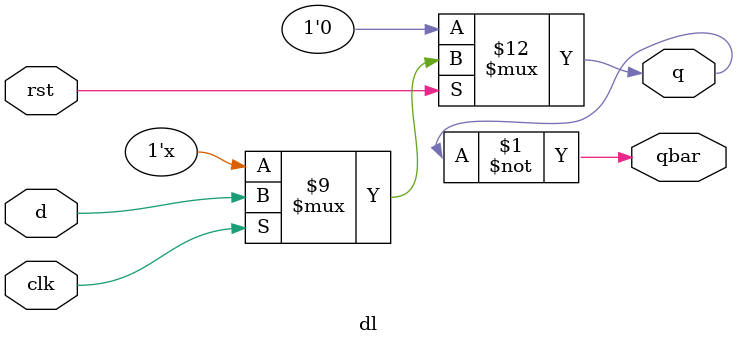
<source format=v>
module dl(input clk,rst,d,output reg q,output qbar);

assign qbar=~q;

always @(clk,rst)
begin

       if(!rst)
       q<=0;
         else
           begin
             if(clk==1)
                 begin
                      if(d|!d)
                          q<=d;
                  end
            end
end

endmodule







</source>
